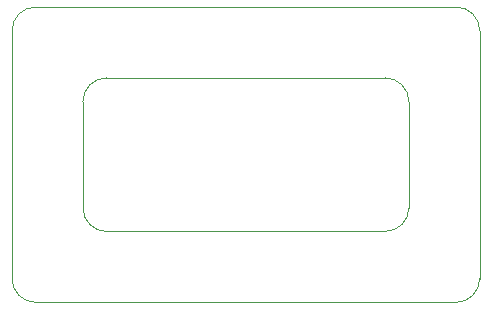
<source format=gko>
G04 #@! TF.GenerationSoftware,KiCad,Pcbnew,(5.1.12)-1*
G04 #@! TF.CreationDate,2022-04-03T11:08:51+08:00*
G04 #@! TF.ProjectId,Nozzle,4e6f7a7a-6c65-42e6-9b69-6361645f7063,Gen3.1b*
G04 #@! TF.SameCoordinates,Original*
G04 #@! TF.FileFunction,Profile,NP*
%FSLAX46Y46*%
G04 Gerber Fmt 4.6, Leading zero omitted, Abs format (unit mm)*
G04 Created by KiCad (PCBNEW (5.1.12)-1) date 2022-04-03 11:08:51*
%MOMM*%
%LPD*%
G01*
G04 APERTURE LIST*
G04 #@! TA.AperFunction,Profile*
%ADD10C,0.050000*%
G04 #@! TD*
G04 APERTURE END LIST*
D10*
X126109601Y-85526601D02*
X149707600Y-85526601D01*
X124109601Y-96526600D02*
X124109601Y-87526601D01*
X157707600Y-102526600D02*
X157707600Y-81526580D01*
X120109610Y-104526600D02*
X155707600Y-104526600D01*
X155707600Y-79526580D02*
X120109610Y-79526580D01*
X124109601Y-87526601D02*
G75*
G02*
X126109601Y-85526601I2000000J0D01*
G01*
X149707600Y-85526601D02*
G75*
G02*
X151707600Y-87526601I0J-2000000D01*
G01*
X151707600Y-96526600D02*
G75*
G02*
X149707600Y-98526600I-2000000J0D01*
G01*
X151707600Y-87526601D02*
X151707600Y-96526600D01*
X126109601Y-98526600D02*
G75*
G02*
X124109601Y-96526600I0J2000000D01*
G01*
X118109610Y-81526580D02*
X118109610Y-102526600D01*
X157707600Y-102526600D02*
G75*
G02*
X155707600Y-104526600I-2000000J0D01*
G01*
X120109610Y-104526600D02*
G75*
G02*
X118109610Y-102526600I0J2000000D01*
G01*
X155707600Y-79526580D02*
G75*
G02*
X157707600Y-81526580I0J-2000000D01*
G01*
X118109610Y-81526580D02*
G75*
G02*
X120109610Y-79526580I2000000J0D01*
G01*
X149707600Y-98526600D02*
X126109601Y-98526600D01*
M02*

</source>
